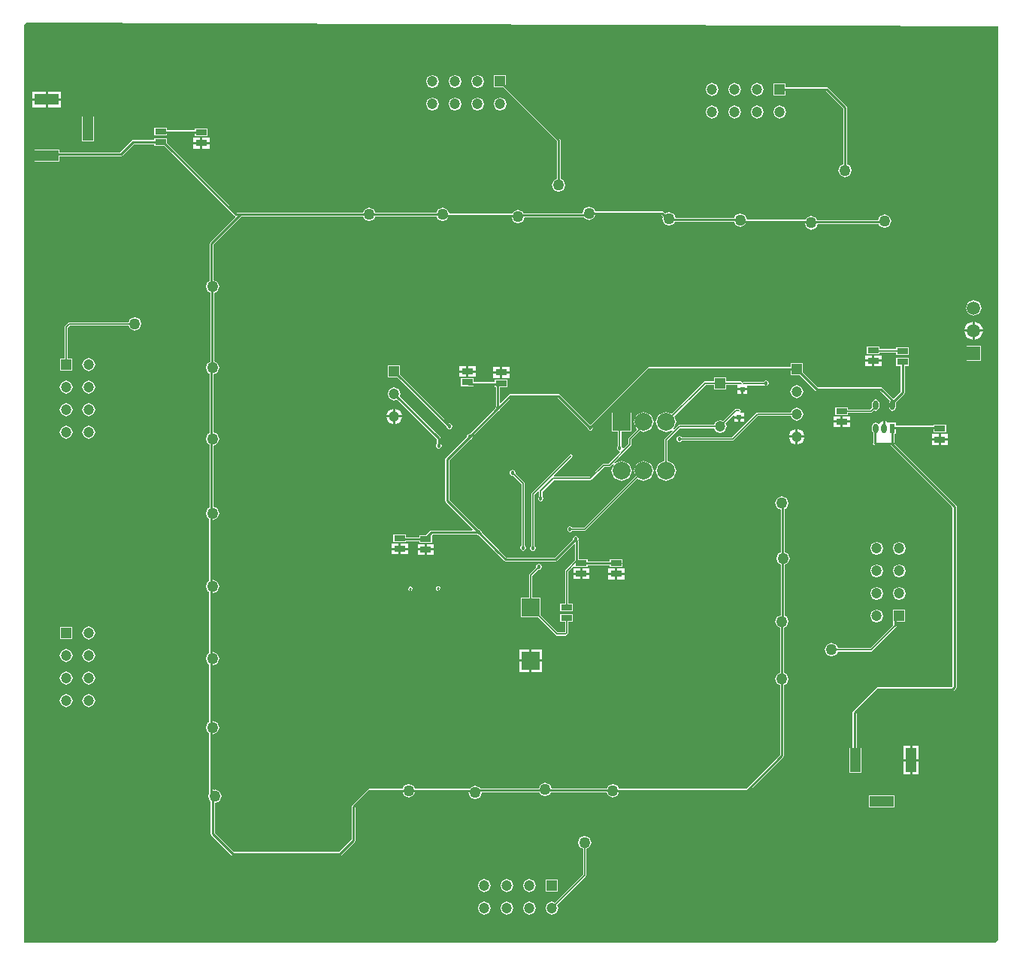
<source format=gbr>
%TF.GenerationSoftware,Altium Limited,Altium Designer,19.1.5 (86)*%
G04 Layer_Physical_Order=2*
G04 Layer_Color=16711680*
%FSLAX45Y45*%
%MOMM*%
%TF.FileFunction,Copper,L2,Bot,Signal*%
%TF.Part,Single*%
G01*
G75*
%TA.AperFunction,SMDPad,CuDef*%
%ADD10R,1.30000X0.70000*%
%ADD11R,2.00000X2.00000*%
%ADD12O,0.60000X1.10000*%
%ADD13R,0.60000X1.10000*%
%ADD14R,0.60000X0.50000*%
%TA.AperFunction,Conductor*%
%ADD15C,0.25400*%
%ADD16C,0.17780*%
%TA.AperFunction,NonConductor*%
%ADD17C,0.25400*%
%TA.AperFunction,ComponentPad*%
%ADD18R,1.50000X1.50000*%
%ADD19C,1.50000*%
%ADD20C,2.00000*%
%ADD21R,2.00000X2.00000*%
%ADD22R,2.70000X1.20000*%
%ADD23R,1.20000X2.70000*%
%ADD24R,1.20000X1.20000*%
%ADD25C,1.20000*%
%ADD26R,1.20000X1.20000*%
%TA.AperFunction,ViaPad*%
%ADD27C,0.45720*%
%ADD28C,1.27000*%
G36*
X17818100Y11696700D02*
Y1409700D01*
X17780000Y1371600D01*
X6845300D01*
Y11709400D01*
X6870700Y11734800D01*
X17818100Y11696700D01*
D02*
G37*
%LPC*%
G36*
X11950700Y11147591D02*
X11898946Y11126154D01*
X11877509Y11074400D01*
X11898946Y11022646D01*
X11950700Y11001209D01*
X12002454Y11022646D01*
X12023891Y11074400D01*
X12002454Y11126154D01*
X11950700Y11147591D01*
D02*
G37*
G36*
X11696700D02*
X11644946Y11126154D01*
X11623509Y11074400D01*
X11644946Y11022646D01*
X11696700Y11001209D01*
X11748454Y11022646D01*
X11769891Y11074400D01*
X11748454Y11126154D01*
X11696700Y11147591D01*
D02*
G37*
G36*
X11442700D02*
X11390946Y11126154D01*
X11369509Y11074400D01*
X11390946Y11022646D01*
X11442700Y11001209D01*
X11494454Y11022646D01*
X11515891Y11074400D01*
X11494454Y11126154D01*
X11442700Y11147591D01*
D02*
G37*
G36*
X15100301Y11058691D02*
X15048546Y11037254D01*
X15027109Y10985500D01*
X15048546Y10933746D01*
X15100301Y10912309D01*
X15152054Y10933746D01*
X15173491Y10985500D01*
X15152054Y11037254D01*
X15100301Y11058691D01*
D02*
G37*
G36*
X14846300D02*
X14794547Y11037254D01*
X14773109Y10985500D01*
X14794547Y10933746D01*
X14846300Y10912309D01*
X14898055Y10933746D01*
X14919492Y10985500D01*
X14898055Y11037254D01*
X14846300Y11058691D01*
D02*
G37*
G36*
X14592300D02*
X14540546Y11037254D01*
X14519109Y10985500D01*
X14540546Y10933746D01*
X14592300Y10912309D01*
X14644054Y10933746D01*
X14665491Y10985500D01*
X14644054Y11037254D01*
X14592300Y11058691D01*
D02*
G37*
G36*
X7259700Y10955900D02*
X7112000D01*
Y10883200D01*
X7259700D01*
Y10955900D01*
D02*
G37*
G36*
X7086600D02*
X6938900D01*
Y10883200D01*
X7086600D01*
Y10955900D01*
D02*
G37*
G36*
X7259700Y10857800D02*
X7112000D01*
Y10785100D01*
X7259700D01*
Y10857800D01*
D02*
G37*
G36*
X7086600D02*
X6938900D01*
Y10785100D01*
X7086600D01*
Y10857800D01*
D02*
G37*
G36*
X12204700Y10893591D02*
X12152946Y10872154D01*
X12131509Y10820400D01*
X12152946Y10768646D01*
X12204700Y10747209D01*
X12256454Y10768646D01*
X12277891Y10820400D01*
X12256454Y10872154D01*
X12204700Y10893591D01*
D02*
G37*
G36*
X11950700D02*
X11898946Y10872154D01*
X11877509Y10820400D01*
X11898946Y10768646D01*
X11950700Y10747209D01*
X12002454Y10768646D01*
X12023891Y10820400D01*
X12002454Y10872154D01*
X11950700Y10893591D01*
D02*
G37*
G36*
X11696700D02*
X11644946Y10872154D01*
X11623509Y10820400D01*
X11644946Y10768646D01*
X11696700Y10747209D01*
X11748454Y10768646D01*
X11769891Y10820400D01*
X11748454Y10872154D01*
X11696700Y10893591D01*
D02*
G37*
G36*
X11442700D02*
X11390946Y10872154D01*
X11369509Y10820400D01*
X11390946Y10768646D01*
X11442700Y10747209D01*
X11494454Y10768646D01*
X11515891Y10820400D01*
X11494454Y10872154D01*
X11442700Y10893591D01*
D02*
G37*
G36*
X15354300Y10804691D02*
X15302547Y10783254D01*
X15281110Y10731500D01*
X15302547Y10679746D01*
X15354300Y10658309D01*
X15406055Y10679746D01*
X15427492Y10731500D01*
X15406055Y10783254D01*
X15354300Y10804691D01*
D02*
G37*
G36*
X15100301D02*
X15048546Y10783254D01*
X15027109Y10731500D01*
X15048546Y10679746D01*
X15100301Y10658309D01*
X15152054Y10679746D01*
X15173491Y10731500D01*
X15152054Y10783254D01*
X15100301Y10804691D01*
D02*
G37*
G36*
X14846300D02*
X14794547Y10783254D01*
X14773109Y10731500D01*
X14794547Y10679746D01*
X14846300Y10658309D01*
X14898055Y10679746D01*
X14919492Y10731500D01*
X14898055Y10783254D01*
X14846300Y10804691D01*
D02*
G37*
G36*
X14592300D02*
X14540546Y10783254D01*
X14519109Y10731500D01*
X14540546Y10679746D01*
X14592300Y10658309D01*
X14644054Y10679746D01*
X14665491Y10731500D01*
X14644054Y10783254D01*
X14592300Y10804691D01*
D02*
G37*
G36*
X8454620Y10554720D02*
X8309380D01*
Y10469480D01*
X8454620D01*
Y10483756D01*
X8766580D01*
Y10456780D01*
X8911820D01*
Y10542020D01*
X8766580D01*
Y10527744D01*
X8454620D01*
Y10554720D01*
D02*
G37*
G36*
X7626920Y10683120D02*
X7491680D01*
Y10397880D01*
X7626920D01*
Y10683120D01*
D02*
G37*
G36*
X8929600Y10439800D02*
X8851900D01*
Y10392100D01*
X8929600D01*
Y10439800D01*
D02*
G37*
G36*
X8826500D02*
X8748800D01*
Y10392100D01*
X8826500D01*
Y10439800D01*
D02*
G37*
G36*
X8929600Y10366700D02*
X8851900D01*
Y10319000D01*
X8929600D01*
Y10366700D01*
D02*
G37*
G36*
X8826500D02*
X8748800D01*
Y10319000D01*
X8826500D01*
Y10366700D01*
D02*
G37*
G36*
X15421919Y11053120D02*
X15286681D01*
Y10917880D01*
X15421919D01*
Y10963506D01*
X15878590D01*
X16068906Y10773190D01*
Y10138970D01*
X16036467Y10125533D01*
X16013921Y10071100D01*
X16036467Y10016667D01*
X16090900Y9994120D01*
X16145332Y10016667D01*
X16167880Y10071100D01*
X16145332Y10125533D01*
X16112894Y10138970D01*
Y10782300D01*
X16106451Y10797852D01*
X15903252Y11001052D01*
X15887700Y11007494D01*
X15421919D01*
Y11053120D01*
D02*
G37*
G36*
X12272320Y11142020D02*
X12137080D01*
Y11006780D01*
X12241216D01*
X12843106Y10404890D01*
Y9973870D01*
X12810667Y9960433D01*
X12788120Y9906000D01*
X12810667Y9851567D01*
X12865100Y9829020D01*
X12919533Y9851567D01*
X12942081Y9906000D01*
X12919533Y9960433D01*
X12887094Y9973870D01*
Y10414000D01*
X12880652Y10429552D01*
X12272320Y11037884D01*
Y11142020D01*
D02*
G37*
G36*
X8454620Y10434720D02*
X8309380D01*
Y10414094D01*
X8070700D01*
X8055148Y10407652D01*
X7923390Y10275894D01*
X7241920D01*
Y10308120D01*
X6956680D01*
Y10172880D01*
X7241920D01*
Y10231906D01*
X7932500D01*
X7948052Y10238348D01*
X8079811Y10370106D01*
X8309380D01*
Y10349480D01*
X8423516D01*
X9212748Y9560248D01*
X9217227Y9558392D01*
X9220207Y9543411D01*
X8937948Y9261152D01*
X8931506Y9245600D01*
Y8825609D01*
X8911767Y8817433D01*
X8889220Y8763000D01*
X8911767Y8708567D01*
X8937856Y8697761D01*
Y7913839D01*
X8911767Y7903033D01*
X8889220Y7848600D01*
X8911767Y7794167D01*
X8931506Y7785991D01*
Y7111109D01*
X8911767Y7102933D01*
X8889220Y7048500D01*
X8911767Y6994067D01*
X8931506Y6985891D01*
Y6272909D01*
X8911767Y6264733D01*
X8889220Y6210300D01*
X8911767Y6155867D01*
X8925156Y6150321D01*
Y5444779D01*
X8911767Y5439233D01*
X8889220Y5384800D01*
X8911767Y5330367D01*
X8925156Y5324821D01*
Y4631979D01*
X8911767Y4626433D01*
X8889220Y4572000D01*
X8911767Y4517567D01*
X8926906Y4511296D01*
Y3858004D01*
X8911767Y3851733D01*
X8889220Y3797300D01*
X8911767Y3742867D01*
X8925918Y3737005D01*
Y3049876D01*
X8914620Y3022600D01*
X8937167Y2968167D01*
X8944206Y2965251D01*
Y2603500D01*
X8950648Y2587948D01*
X9179248Y2359348D01*
X9194800Y2352906D01*
X10401300D01*
X10416852Y2359348D01*
X10569252Y2511748D01*
X10575694Y2527300D01*
Y2899190D01*
X10740610Y3064106D01*
X11108130D01*
X11121567Y3031667D01*
X11176000Y3009120D01*
X11230433Y3031667D01*
X11243870Y3064106D01*
X11849436D01*
X11870867Y3012367D01*
X11925300Y2989820D01*
X11979733Y3012367D01*
X12002280Y3066800D01*
X12004723Y3070456D01*
X12647461D01*
X12658267Y3044367D01*
X12712700Y3021820D01*
X12767133Y3044367D01*
X12777939Y3070456D01*
X13404201D01*
X13420267Y3031667D01*
X13474699Y3009120D01*
X13529134Y3031667D01*
X13542570Y3064106D01*
X14986000D01*
X15001552Y3070548D01*
X15395251Y3464248D01*
X15401694Y3479800D01*
Y4275530D01*
X15434132Y4288967D01*
X15456680Y4343400D01*
X15434132Y4397833D01*
X15401694Y4411270D01*
Y4923230D01*
X15434132Y4936667D01*
X15456680Y4991100D01*
X15434132Y5045533D01*
X15408044Y5056339D01*
Y5631800D01*
X15446832Y5647867D01*
X15469380Y5702300D01*
X15446832Y5756733D01*
X15408044Y5772800D01*
Y6259361D01*
X15434132Y6270167D01*
X15456680Y6324600D01*
X15434132Y6379033D01*
X15379700Y6401580D01*
X15325267Y6379033D01*
X15302721Y6324600D01*
X15325267Y6270167D01*
X15364056Y6254100D01*
Y5767539D01*
X15337967Y5756733D01*
X15315421Y5702300D01*
X15337967Y5647867D01*
X15364056Y5637061D01*
Y5061600D01*
X15325267Y5045533D01*
X15302721Y4991100D01*
X15325267Y4936667D01*
X15357706Y4923230D01*
Y4411270D01*
X15325267Y4397833D01*
X15302721Y4343400D01*
X15325267Y4288967D01*
X15357706Y4275530D01*
Y3488910D01*
X14976891Y3108094D01*
X13542570D01*
X13529134Y3140533D01*
X13474699Y3163080D01*
X13420267Y3140533D01*
X13409460Y3114444D01*
X12783200D01*
X12767133Y3153233D01*
X12712700Y3175780D01*
X12658267Y3153233D01*
X12642200Y3114444D01*
X11982545D01*
X11979733Y3121233D01*
X11925300Y3143780D01*
X11870867Y3121233D01*
X11865425Y3108094D01*
X11243870D01*
X11230433Y3140533D01*
X11176000Y3163080D01*
X11121567Y3140533D01*
X11108130Y3108094D01*
X10731500D01*
X10715948Y3101652D01*
X10538148Y2923852D01*
X10531706Y2908300D01*
Y2536410D01*
X10392190Y2396894D01*
X9203910D01*
X8988194Y2612610D01*
Y2943344D01*
X8991600Y2945620D01*
X9046033Y2968167D01*
X9068580Y3022600D01*
X9046033Y3077033D01*
X8991600Y3099580D01*
X8980466Y3094968D01*
X8969907Y3102024D01*
Y3721856D01*
X9020633Y3742867D01*
X9043180Y3797300D01*
X9020633Y3851733D01*
X8970894Y3872335D01*
Y4496965D01*
X9020633Y4517567D01*
X9043180Y4572000D01*
X9020633Y4626433D01*
X8969144Y4647760D01*
Y5309040D01*
X9020633Y5330367D01*
X9043180Y5384800D01*
X9020633Y5439233D01*
X8969144Y5460560D01*
Y6134540D01*
X9020633Y6155867D01*
X9043180Y6210300D01*
X9020633Y6264733D01*
X8975494Y6283430D01*
Y6975370D01*
X9020633Y6994067D01*
X9043180Y7048500D01*
X9020633Y7102933D01*
X8975494Y7121630D01*
Y7775470D01*
X9020633Y7794167D01*
X9043180Y7848600D01*
X9020633Y7903033D01*
X8981844Y7919100D01*
Y8692500D01*
X9020633Y8708567D01*
X9043180Y8763000D01*
X9020633Y8817433D01*
X8975494Y8836130D01*
Y9236490D01*
X9292810Y9553806D01*
X10663630D01*
X10677067Y9521367D01*
X10731500Y9498820D01*
X10785933Y9521367D01*
X10799370Y9553806D01*
X11489130D01*
X11502567Y9521367D01*
X11557000Y9498820D01*
X11611433Y9521367D01*
X11619609Y9541106D01*
X12334770D01*
X12353467Y9495967D01*
X12407900Y9473420D01*
X12462333Y9495967D01*
X12483660Y9547456D01*
X13148021D01*
X13153568Y9534067D01*
X13208000Y9511520D01*
X13262433Y9534067D01*
X13275870Y9566506D01*
X14020406D01*
X14041270Y9545642D01*
X14032719Y9525000D01*
X14055267Y9470567D01*
X14109700Y9448020D01*
X14164133Y9470567D01*
X14174939Y9496656D01*
X14839301D01*
X14855367Y9457867D01*
X14909801Y9435320D01*
X14964233Y9457867D01*
X14971455Y9475306D01*
X15635817D01*
X15655467Y9427867D01*
X15709900Y9405320D01*
X15764333Y9427867D01*
X15781352Y9468956D01*
X16471114D01*
X16480968Y9445167D01*
X16535400Y9422620D01*
X16589833Y9445167D01*
X16612379Y9499600D01*
X16589833Y9554033D01*
X16535400Y9576580D01*
X16480968Y9554033D01*
X16463948Y9512944D01*
X15774187D01*
X15764333Y9536733D01*
X15709900Y9559280D01*
X15655467Y9536733D01*
X15648244Y9519294D01*
X14983884D01*
X14964233Y9566733D01*
X14909801Y9589280D01*
X14855367Y9566733D01*
X14844560Y9540644D01*
X14180200D01*
X14164133Y9579433D01*
X14109700Y9601980D01*
X14065463Y9583656D01*
X14045068Y9604052D01*
X14029517Y9610494D01*
X13275870D01*
X13262433Y9642933D01*
X13208000Y9665480D01*
X13153568Y9642933D01*
X13132240Y9591444D01*
X12467879D01*
X12462333Y9604833D01*
X12407900Y9627380D01*
X12353467Y9604833D01*
X12345291Y9585094D01*
X11630130D01*
X11611433Y9630233D01*
X11557000Y9652780D01*
X11502567Y9630233D01*
X11489130Y9597794D01*
X10799370D01*
X10785933Y9630233D01*
X10731500Y9652780D01*
X10677067Y9630233D01*
X10663630Y9597794D01*
X9237410D01*
X8454620Y10380584D01*
Y10434720D01*
D02*
G37*
G36*
X17538699Y8611127D02*
X17475465Y8584935D01*
X17449274Y8521700D01*
X17475465Y8458465D01*
X17538699Y8432273D01*
X17601935Y8458465D01*
X17628127Y8521700D01*
X17601935Y8584935D01*
X17538699Y8611127D01*
D02*
G37*
G36*
X17551401Y8371112D02*
Y8280400D01*
X17642113D01*
X17615543Y8344543D01*
X17551401Y8371112D01*
D02*
G37*
G36*
X17525999D02*
X17461858Y8344543D01*
X17435287Y8280400D01*
X17525999D01*
Y8371112D01*
D02*
G37*
G36*
X8089900Y8420880D02*
X8035467Y8398333D01*
X8020322Y8361770D01*
X7353300D01*
X7340664Y8356536D01*
X7302564Y8318436D01*
X7297330Y8305800D01*
Y7954320D01*
X7247580D01*
Y7819080D01*
X7382820D01*
Y7954320D01*
X7333070D01*
Y8298398D01*
X7360702Y8326030D01*
X8020322D01*
X8035467Y8289467D01*
X8089900Y8266920D01*
X8144333Y8289467D01*
X8166880Y8343900D01*
X8144333Y8398333D01*
X8089900Y8420880D01*
D02*
G37*
G36*
X17642113Y8255000D02*
X17551401D01*
Y8164288D01*
X17615543Y8190857D01*
X17642113Y8255000D01*
D02*
G37*
G36*
X17525999D02*
X17435287D01*
X17461858Y8190857D01*
X17525999Y8164288D01*
Y8255000D01*
D02*
G37*
G36*
X16481020Y8090920D02*
X16335780D01*
Y8005680D01*
X16481020D01*
Y8024080D01*
X16665981D01*
Y7992980D01*
X16811220D01*
Y8078220D01*
X16665981D01*
Y8059820D01*
X16481020D01*
Y8090920D01*
D02*
G37*
G36*
X16498801Y7988700D02*
X16421100D01*
Y7941000D01*
X16498801D01*
Y7988700D01*
D02*
G37*
G36*
X16395700D02*
X16317999D01*
Y7941000D01*
X16395700D01*
Y7988700D01*
D02*
G37*
G36*
X17621320Y8096320D02*
X17456081D01*
Y7931080D01*
X17621320D01*
Y8096320D01*
D02*
G37*
G36*
X16498801Y7915600D02*
X16421100D01*
Y7867900D01*
X16498801D01*
Y7915600D01*
D02*
G37*
G36*
X16395700D02*
X16317999D01*
Y7867900D01*
X16395700D01*
Y7915600D01*
D02*
G37*
G36*
X11926800Y7867400D02*
X11849100D01*
Y7819700D01*
X11926800D01*
Y7867400D01*
D02*
G37*
G36*
X11823700D02*
X11746000D01*
Y7819700D01*
X11823700D01*
Y7867400D01*
D02*
G37*
G36*
X7569200Y7959891D02*
X7517446Y7938454D01*
X7496009Y7886700D01*
X7517446Y7834946D01*
X7569200Y7813509D01*
X7620954Y7834946D01*
X7642391Y7886700D01*
X7620954Y7938454D01*
X7569200Y7959891D01*
D02*
G37*
G36*
X12307800Y7858200D02*
X12230100D01*
Y7810500D01*
X12307800D01*
Y7858200D01*
D02*
G37*
G36*
X12204700D02*
X12127000D01*
Y7810500D01*
X12204700D01*
Y7858200D01*
D02*
G37*
G36*
X11926800Y7794300D02*
X11849100D01*
Y7746600D01*
X11926800D01*
Y7794300D01*
D02*
G37*
G36*
X11823700D02*
X11746000D01*
Y7746600D01*
X11823700D01*
Y7794300D01*
D02*
G37*
G36*
X12307800Y7785100D02*
X12230100D01*
Y7737400D01*
X12307800D01*
Y7785100D01*
D02*
G37*
G36*
X12204700D02*
X12127000D01*
Y7737400D01*
X12204700D01*
Y7785100D01*
D02*
G37*
G36*
X14748820Y7745820D02*
X14613580D01*
Y7696070D01*
X14510800D01*
X14498164Y7690836D01*
X14136099Y7328771D01*
X14071600Y7355487D01*
X13989230Y7321369D01*
X13955113Y7239000D01*
X13989230Y7156631D01*
X14071600Y7122513D01*
X14145825Y7153258D01*
X14153020Y7142491D01*
X14058965Y7048436D01*
X14053729Y7035800D01*
Y6798085D01*
X13989230Y6771369D01*
X13955113Y6689000D01*
X13989230Y6606631D01*
X14071600Y6572513D01*
X14153969Y6606631D01*
X14188087Y6689000D01*
X14153969Y6771369D01*
X14089470Y6798085D01*
Y7028398D01*
X14231403Y7170330D01*
X14615411D01*
X14629446Y7136446D01*
X14681200Y7115009D01*
X14732954Y7136446D01*
X14754391Y7188200D01*
X14740356Y7222084D01*
X14829967Y7311695D01*
X14841701Y7306834D01*
Y7302500D01*
X14897099D01*
X14952499D01*
Y7340200D01*
X14911142D01*
X14908617Y7352900D01*
X14909737Y7353364D01*
X14914970Y7366000D01*
X14909737Y7378636D01*
X14897099Y7383870D01*
X14859000D01*
X14846364Y7378636D01*
X14715083Y7247356D01*
X14681200Y7261391D01*
X14629446Y7239954D01*
X14615411Y7206070D01*
X14224001D01*
X14211365Y7200836D01*
X14168109Y7157581D01*
X14157343Y7164775D01*
X14188087Y7239000D01*
X14161371Y7303499D01*
X14518202Y7660330D01*
X14613580D01*
Y7610580D01*
X14748820D01*
Y7660330D01*
X14868188D01*
X14879800Y7657700D01*
Y7620000D01*
X14935201D01*
X14990601D01*
Y7652930D01*
X15183260D01*
X15201900Y7645209D01*
X15225227Y7654872D01*
X15234891Y7678200D01*
X15225227Y7701528D01*
X15201900Y7711191D01*
X15178572Y7701528D01*
X15173245Y7688670D01*
X14947900D01*
X14935265Y7683436D01*
X14931081Y7687834D01*
X14929836Y7690836D01*
X14917200Y7696070D01*
X14748820D01*
Y7745820D01*
D02*
G37*
G36*
X7569200Y7705891D02*
X7517446Y7684454D01*
X7496009Y7632700D01*
X7517446Y7580946D01*
X7569200Y7559509D01*
X7620954Y7580946D01*
X7642391Y7632700D01*
X7620954Y7684454D01*
X7569200Y7705891D01*
D02*
G37*
G36*
X7315200D02*
X7263446Y7684454D01*
X7242009Y7632700D01*
X7263446Y7580946D01*
X7315200Y7559509D01*
X7366954Y7580946D01*
X7388391Y7632700D01*
X7366954Y7684454D01*
X7315200Y7705891D01*
D02*
G37*
G36*
X14990601Y7594600D02*
X14947900D01*
Y7556900D01*
X14990601D01*
Y7594600D01*
D02*
G37*
G36*
X14922501D02*
X14879800D01*
Y7556900D01*
X14922501D01*
Y7594600D01*
D02*
G37*
G36*
X15544800Y7655091D02*
X15493047Y7633654D01*
X15471609Y7581900D01*
X15493047Y7530146D01*
X15544800Y7508709D01*
X15596555Y7530146D01*
X15617992Y7581900D01*
X15596555Y7633654D01*
X15544800Y7655091D01*
D02*
G37*
G36*
X16811220Y7958220D02*
X16665981D01*
Y7872980D01*
X16716606D01*
Y7577910D01*
X16637199Y7498504D01*
X16512852Y7622852D01*
X16497301Y7629294D01*
X15782510D01*
X15612421Y7799384D01*
Y7903520D01*
X15477180D01*
Y7857894D01*
X13881100D01*
X13865549Y7851452D01*
X13222034Y7207939D01*
X13220700Y7208491D01*
X13219366Y7207939D01*
X12880652Y7546652D01*
X12865100Y7553094D01*
X12319000D01*
X12303448Y7546652D01*
X12213027Y7456232D01*
X12201294Y7461092D01*
Y7635180D01*
X12290020D01*
Y7720420D01*
X12144780D01*
Y7689944D01*
X11909020D01*
Y7729620D01*
X11763780D01*
Y7644380D01*
X11909020D01*
Y7645956D01*
X12144780D01*
Y7635180D01*
X12157306D01*
Y7415281D01*
X12155972Y7414728D01*
X12146309Y7391400D01*
X12146861Y7390066D01*
X11863134Y7106339D01*
X11861800Y7106891D01*
X11838472Y7097228D01*
X11828809Y7073900D01*
X11829361Y7072566D01*
X11592248Y6835452D01*
X11585806Y6819900D01*
Y6350000D01*
X11592248Y6334448D01*
X11896913Y6029783D01*
X11892053Y6018049D01*
X11431655D01*
X11416103Y6011607D01*
X11371016Y5966520D01*
X11293880D01*
Y5940194D01*
X11147020D01*
Y5973520D01*
X11001780D01*
Y5888280D01*
X11147020D01*
Y5896206D01*
X11293880D01*
Y5881280D01*
X11439120D01*
Y5966520D01*
X11448696Y5974061D01*
X11937864D01*
X11938417Y5972727D01*
X11961745Y5963064D01*
X11963079Y5963617D01*
X12163748Y5762948D01*
X12163748Y5762948D01*
X12252648Y5674048D01*
X12268200Y5667606D01*
X12827000D01*
X12842552Y5674048D01*
X13033072Y5864568D01*
X13044806Y5859708D01*
Y5677078D01*
X12941364Y5573636D01*
X12936130Y5561000D01*
Y5195320D01*
X12881380D01*
Y5110080D01*
X13026620D01*
Y5195320D01*
X12971870D01*
Y5553598D01*
X13034747Y5616475D01*
X13046480Y5611615D01*
Y5608880D01*
X13191721D01*
Y5627756D01*
X13440179D01*
Y5605380D01*
X13585420D01*
Y5647580D01*
X13585594Y5648000D01*
X13585420Y5648421D01*
Y5690620D01*
X13440179D01*
Y5671744D01*
X13191721D01*
Y5694120D01*
X13088794D01*
Y5901502D01*
X13085234Y5910095D01*
X13088591Y5918200D01*
X13078928Y5941528D01*
X13055600Y5951191D01*
X13032272Y5941528D01*
X13022609Y5918200D01*
X13023161Y5916866D01*
X12817889Y5711594D01*
X12277310D01*
X12194852Y5794052D01*
X12194852Y5794052D01*
X11994184Y5994721D01*
X11994736Y5996055D01*
X11985073Y6019384D01*
X11961745Y6029047D01*
X11960411Y6028494D01*
X11629794Y6359110D01*
Y6810790D01*
X11860466Y7041461D01*
X11861800Y7040909D01*
X11885128Y7050572D01*
X11894791Y7073900D01*
X11894239Y7075234D01*
X12177966Y7358961D01*
X12179300Y7358409D01*
X12202628Y7368072D01*
X12212291Y7391400D01*
X12211739Y7392734D01*
X12328110Y7509106D01*
X12855991D01*
X13188261Y7176834D01*
X13187709Y7175500D01*
X13197372Y7152172D01*
X13220700Y7142509D01*
X13244028Y7152172D01*
X13253691Y7175500D01*
X13253139Y7176834D01*
X13890210Y7813906D01*
X15477180D01*
Y7768280D01*
X15581316D01*
X15757848Y7591748D01*
X15773399Y7585306D01*
X16488190D01*
X16593953Y7479542D01*
X16583580Y7454500D01*
Y7404500D01*
X16595506Y7375707D01*
X16624300Y7363781D01*
X16653093Y7375707D01*
X16665021Y7404500D01*
Y7454500D01*
X16662202Y7461299D01*
X16754152Y7553248D01*
X16760594Y7568800D01*
Y7872980D01*
X16811220D01*
Y7958220D01*
D02*
G37*
G36*
X16434300Y7495219D02*
X16405507Y7483293D01*
X16393581Y7454500D01*
Y7404500D01*
X16395363Y7400197D01*
X16375536Y7380370D01*
X16125420D01*
Y7405120D01*
X15980180D01*
Y7319880D01*
X16125420D01*
Y7344630D01*
X16382938D01*
X16395573Y7349864D01*
X16416757Y7371047D01*
X16434300Y7363781D01*
X16463094Y7375707D01*
X16475018Y7404500D01*
Y7454500D01*
X16463094Y7483293D01*
X16434300Y7495219D01*
D02*
G37*
G36*
X11023600Y7389676D02*
Y7315200D01*
X11098076D01*
X11076262Y7367862D01*
X11023600Y7389676D01*
D02*
G37*
G36*
X10998200D02*
X10945538Y7367862D01*
X10923724Y7315200D01*
X10998200D01*
Y7389676D01*
D02*
G37*
G36*
X7569200Y7451891D02*
X7517446Y7430454D01*
X7496009Y7378700D01*
X7517446Y7326946D01*
X7569200Y7305509D01*
X7620954Y7326946D01*
X7642391Y7378700D01*
X7620954Y7430454D01*
X7569200Y7451891D01*
D02*
G37*
G36*
X7315200D02*
X7263446Y7430454D01*
X7242009Y7378700D01*
X7263446Y7326946D01*
X7315200Y7305509D01*
X7366954Y7326946D01*
X7388391Y7378700D01*
X7366954Y7430454D01*
X7315200Y7451891D01*
D02*
G37*
G36*
X16143201Y7302900D02*
X16065500D01*
Y7255200D01*
X16143201D01*
Y7302900D01*
D02*
G37*
G36*
X16040100D02*
X15962399D01*
Y7255200D01*
X16040100D01*
Y7302900D01*
D02*
G37*
G36*
X15544800Y7401091D02*
X15493047Y7379654D01*
X15479012Y7345770D01*
X15101744D01*
X15089108Y7340536D01*
X14814941Y7066370D01*
X14249590D01*
X14247328Y7071828D01*
X14224001Y7081491D01*
X14200671Y7071828D01*
X14191010Y7048500D01*
X14200671Y7025172D01*
X14224001Y7015509D01*
X14247328Y7025172D01*
X14249590Y7030630D01*
X14822343D01*
X14834979Y7035864D01*
X15109146Y7310030D01*
X15479012D01*
X15493047Y7276146D01*
X15544800Y7254709D01*
X15596555Y7276146D01*
X15617992Y7327900D01*
X15596555Y7379654D01*
X15544800Y7401091D01*
D02*
G37*
G36*
X14952499Y7277100D02*
X14909801D01*
Y7239400D01*
X14952499D01*
Y7277100D01*
D02*
G37*
G36*
X14884399D02*
X14841701D01*
Y7239400D01*
X14884399D01*
Y7277100D01*
D02*
G37*
G36*
X11098076Y7289800D02*
X11023600D01*
Y7215324D01*
X11076262Y7237138D01*
X11098076Y7289800D01*
D02*
G37*
G36*
X10998200D02*
X10923724D01*
X10945538Y7237138D01*
X10998200Y7215324D01*
Y7289800D01*
D02*
G37*
G36*
X16143201Y7229800D02*
X16065500D01*
Y7182100D01*
X16143201D01*
Y7229800D01*
D02*
G37*
G36*
X16040100D02*
X15962399D01*
Y7182100D01*
X16040100D01*
Y7229800D01*
D02*
G37*
G36*
X16542000Y7249204D02*
Y7169500D01*
X16516600D01*
Y7249204D01*
X16486899Y7236901D01*
X16478526Y7216691D01*
X16465826D01*
X16463094Y7223293D01*
X16434300Y7235219D01*
X16405507Y7223293D01*
X16393581Y7194500D01*
Y7144500D01*
X16405507Y7115707D01*
X16405685Y7115633D01*
Y7008324D01*
X16401285Y6997700D01*
X16407727Y6982148D01*
X16423279Y6975706D01*
X16600311D01*
X17300806Y6275211D01*
Y4263610D01*
X17288290Y4251094D01*
X16459200D01*
X16443648Y4244652D01*
X16181947Y3982952D01*
X16175507Y3967400D01*
Y3571620D01*
X16137579D01*
Y3286380D01*
X16272820D01*
Y3571620D01*
X16219495D01*
Y3958290D01*
X16468311Y4207106D01*
X17297400D01*
X17312952Y4213548D01*
X17338351Y4238948D01*
X17344794Y4254500D01*
Y6284321D01*
X17338351Y6299873D01*
X16640247Y6997979D01*
X16646294Y7012579D01*
Y7106880D01*
X16661920D01*
Y7153506D01*
X17085080D01*
Y7120180D01*
X17230321D01*
Y7205420D01*
X17085080D01*
Y7197494D01*
X16661920D01*
Y7232120D01*
X16586681D01*
Y7232120D01*
X16574670Y7229731D01*
X16571701Y7236901D01*
X16542000Y7249204D01*
D02*
G37*
G36*
X11078520Y7878120D02*
X10943280D01*
Y7742880D01*
X11047416D01*
X11600761Y7189534D01*
X11600209Y7188200D01*
X11609872Y7164872D01*
X11633200Y7155209D01*
X11656528Y7164872D01*
X11666191Y7188200D01*
X11656528Y7211528D01*
X11633200Y7221191D01*
X11631866Y7220639D01*
X11078520Y7773984D01*
Y7878120D01*
D02*
G37*
G36*
X15557500Y7161076D02*
Y7086600D01*
X15631976D01*
X15610162Y7139262D01*
X15557500Y7161076D01*
D02*
G37*
G36*
X15532100D02*
X15479437Y7139262D01*
X15457623Y7086600D01*
X15532100D01*
Y7161076D01*
D02*
G37*
G36*
X17248100Y7103200D02*
X17170399D01*
Y7055500D01*
X17248100D01*
Y7103200D01*
D02*
G37*
G36*
X17145000D02*
X17067300D01*
Y7055500D01*
X17145000D01*
Y7103200D01*
D02*
G37*
G36*
X7569200Y7197891D02*
X7517446Y7176454D01*
X7496009Y7124700D01*
X7517446Y7072946D01*
X7569200Y7051509D01*
X7620954Y7072946D01*
X7642391Y7124700D01*
X7620954Y7176454D01*
X7569200Y7197891D01*
D02*
G37*
G36*
X7315200D02*
X7263446Y7176454D01*
X7242009Y7124700D01*
X7263446Y7072946D01*
X7315200Y7051509D01*
X7366954Y7072946D01*
X7388391Y7124700D01*
X7366954Y7176454D01*
X7315200Y7197891D01*
D02*
G37*
G36*
X15631976Y7061200D02*
X15557500D01*
Y6986724D01*
X15610162Y7008538D01*
X15631976Y7061200D01*
D02*
G37*
G36*
X15532100D02*
X15457623D01*
X15479437Y7008538D01*
X15532100Y6986724D01*
Y7061200D01*
D02*
G37*
G36*
X17248100Y7030100D02*
X17170399D01*
Y6982400D01*
X17248100D01*
Y7030100D01*
D02*
G37*
G36*
X17145000D02*
X17067300D01*
Y6982400D01*
X17145000D01*
Y7030100D01*
D02*
G37*
G36*
X13821600Y7355487D02*
X13739230Y7321369D01*
X13705113Y7239000D01*
X13739230Y7156631D01*
X13740697Y7149268D01*
X13655739Y7064311D01*
X13650505Y7051675D01*
Y6995577D01*
X13594675Y6939747D01*
X13583891Y6946900D01*
X13574228Y6970228D01*
X13568770Y6972489D01*
Y7131380D01*
X13679221D01*
Y7346620D01*
X13463980D01*
Y7131380D01*
X13533031D01*
Y6972489D01*
X13527573Y6970228D01*
X13517909Y6946900D01*
X13527573Y6923572D01*
X13550900Y6913909D01*
X13558054Y6903125D01*
X13426022Y6771095D01*
X13369925D01*
X13357289Y6765861D01*
X13213298Y6621870D01*
X12811903D01*
X12806642Y6634570D01*
X13017436Y6845364D01*
X13022670Y6858000D01*
X13017436Y6870636D01*
X13004800Y6875870D01*
X12992165Y6870636D01*
X12560364Y6438836D01*
X12555130Y6426200D01*
Y5842189D01*
X12549672Y5839928D01*
X12540009Y5816600D01*
X12549672Y5793272D01*
X12573000Y5783609D01*
X12596328Y5793272D01*
X12605991Y5816600D01*
X12596328Y5839928D01*
X12590870Y5842189D01*
Y6418798D01*
X12631330Y6459258D01*
X12644030Y6453997D01*
Y6400989D01*
X12638572Y6398728D01*
X12628909Y6375400D01*
X12638572Y6352072D01*
X12661900Y6342409D01*
X12685228Y6352072D01*
X12694891Y6375400D01*
X12685228Y6398728D01*
X12679770Y6400989D01*
Y6456898D01*
X12809003Y6586130D01*
X13220700D01*
X13233336Y6591364D01*
X13377327Y6735355D01*
X13433424D01*
X13446062Y6740589D01*
X13474525Y6769054D01*
X13485292Y6761859D01*
X13455113Y6689000D01*
X13489230Y6606631D01*
X13571600Y6572513D01*
X13653969Y6606631D01*
X13688087Y6689000D01*
X13653969Y6771369D01*
X13571600Y6805487D01*
X13498741Y6775308D01*
X13491547Y6786075D01*
X13681010Y6975539D01*
X13686246Y6988175D01*
Y7044273D01*
X13781213Y7139241D01*
X13821600Y7122513D01*
X13903969Y7156631D01*
X13938087Y7239000D01*
X13903969Y7321369D01*
X13821600Y7355487D01*
D02*
G37*
G36*
X11010900Y7629691D02*
X10959146Y7608254D01*
X10937709Y7556500D01*
X10959146Y7504746D01*
X11010900Y7483309D01*
X11040660Y7495636D01*
X11491129Y7045167D01*
Y6993436D01*
X11489794Y6992884D01*
X11480131Y6969555D01*
X11489794Y6946227D01*
X11513123Y6936564D01*
X11536451Y6946227D01*
X11546114Y6969555D01*
X11536451Y6992884D01*
X11535117Y6993436D01*
Y7054277D01*
X11528675Y7069829D01*
X11071764Y7526740D01*
X11084091Y7556500D01*
X11062654Y7608254D01*
X11010900Y7629691D01*
D02*
G37*
G36*
X13821600Y6805487D02*
X13739230Y6771369D01*
X13705113Y6689000D01*
X13729515Y6630087D01*
X13149799Y6050370D01*
X13017690D01*
X13015428Y6055828D01*
X12992101Y6065491D01*
X12968771Y6055828D01*
X12959109Y6032500D01*
X12968771Y6009172D01*
X12992101Y5999509D01*
X13015428Y6009172D01*
X13017690Y6014630D01*
X13157201D01*
X13169836Y6019864D01*
X13751515Y6601543D01*
X13821600Y6572513D01*
X13903969Y6606631D01*
X13938087Y6689000D01*
X13903969Y6771369D01*
X13821600Y6805487D01*
D02*
G37*
G36*
X11164800Y5871300D02*
X11087100D01*
Y5823600D01*
X11164800D01*
Y5871300D01*
D02*
G37*
G36*
X11061700D02*
X10984000D01*
Y5823600D01*
X11061700D01*
Y5871300D01*
D02*
G37*
G36*
X11456900Y5864300D02*
X11379200D01*
Y5816600D01*
X11456900D01*
Y5864300D01*
D02*
G37*
G36*
X11353800D02*
X11276100D01*
Y5816600D01*
X11353800D01*
Y5864300D01*
D02*
G37*
G36*
X12344400Y6700491D02*
X12321072Y6690828D01*
X12311409Y6667500D01*
X12321072Y6644172D01*
X12344400Y6634509D01*
X12349858Y6636770D01*
X12447180Y6539448D01*
Y5848539D01*
X12441722Y5846278D01*
X12432059Y5822950D01*
X12441722Y5799622D01*
X12465050Y5789959D01*
X12488378Y5799622D01*
X12498041Y5822950D01*
X12488378Y5846278D01*
X12482920Y5848539D01*
Y6546850D01*
X12477686Y6559486D01*
X12375130Y6662042D01*
X12377391Y6667500D01*
X12367728Y6690828D01*
X12344400Y6700491D01*
D02*
G37*
G36*
X11164800Y5798200D02*
X11087100D01*
Y5750500D01*
X11164800D01*
Y5798200D01*
D02*
G37*
G36*
X11061700D02*
X10984000D01*
Y5750500D01*
X11061700D01*
Y5798200D01*
D02*
G37*
G36*
X11456900Y5791200D02*
X11379200D01*
Y5743500D01*
X11456900D01*
Y5791200D01*
D02*
G37*
G36*
X11353800D02*
X11276100D01*
Y5743500D01*
X11353800D01*
Y5791200D01*
D02*
G37*
G36*
X16700500Y5889791D02*
X16648746Y5868354D01*
X16627309Y5816600D01*
X16648746Y5764846D01*
X16700500Y5743409D01*
X16752254Y5764846D01*
X16773691Y5816600D01*
X16752254Y5868354D01*
X16700500Y5889791D01*
D02*
G37*
G36*
X16446500D02*
X16394746Y5868354D01*
X16373309Y5816600D01*
X16394746Y5764846D01*
X16446500Y5743409D01*
X16498254Y5764846D01*
X16519691Y5816600D01*
X16498254Y5868354D01*
X16446500Y5889791D01*
D02*
G37*
G36*
X12642850Y5640041D02*
X12619522Y5630378D01*
X12609859Y5607050D01*
X12612120Y5601592D01*
X12534964Y5524436D01*
X12529730Y5511800D01*
Y5259020D01*
X12439980D01*
Y5043780D01*
X12629948D01*
X12834964Y4838764D01*
X12847600Y4833530D01*
X12939120D01*
X12951756Y4838764D01*
X12966637Y4853643D01*
X12971870Y4866279D01*
Y4990080D01*
X13026620D01*
Y5075320D01*
X12881380D01*
Y4990080D01*
X12936130D01*
Y4873681D01*
X12931718Y4869270D01*
X12855002D01*
X12655220Y5069052D01*
Y5259020D01*
X12565470D01*
Y5504398D01*
X12637392Y5576320D01*
X12642850Y5574059D01*
X12666178Y5583722D01*
X12675841Y5607050D01*
X12666178Y5630378D01*
X12642850Y5640041D01*
D02*
G37*
G36*
X13209500Y5591900D02*
X13131799D01*
Y5544200D01*
X13209500D01*
Y5591900D01*
D02*
G37*
G36*
X13106400D02*
X13028700D01*
Y5544200D01*
X13106400D01*
Y5591900D01*
D02*
G37*
G36*
X13603200Y5588400D02*
X13525500D01*
Y5540700D01*
X13603200D01*
Y5588400D01*
D02*
G37*
G36*
X13500101D02*
X13422400D01*
Y5540700D01*
X13500101D01*
Y5588400D01*
D02*
G37*
G36*
X16700500Y5635791D02*
X16648746Y5614354D01*
X16627309Y5562600D01*
X16648746Y5510846D01*
X16700500Y5489409D01*
X16752254Y5510846D01*
X16773691Y5562600D01*
X16752254Y5614354D01*
X16700500Y5635791D01*
D02*
G37*
G36*
X16446500D02*
X16394746Y5614354D01*
X16373309Y5562600D01*
X16394746Y5510846D01*
X16446500Y5489409D01*
X16498254Y5510846D01*
X16519691Y5562600D01*
X16498254Y5614354D01*
X16446500Y5635791D01*
D02*
G37*
G36*
X13209500Y5518800D02*
X13131799D01*
Y5471100D01*
X13209500D01*
Y5518800D01*
D02*
G37*
G36*
X13106400D02*
X13028700D01*
Y5471100D01*
X13106400D01*
Y5518800D01*
D02*
G37*
G36*
X13603200Y5515300D02*
X13525500D01*
Y5467600D01*
X13603200D01*
Y5515300D01*
D02*
G37*
G36*
X13500101D02*
X13422400D01*
Y5467600D01*
X13500101D01*
Y5515300D01*
D02*
G37*
G36*
X11506200Y5390594D02*
X11490648Y5384152D01*
X11484298Y5377802D01*
X11477856Y5362250D01*
X11484298Y5346698D01*
X11499850Y5340256D01*
X11515402Y5346698D01*
X11521752Y5353048D01*
X11528194Y5368600D01*
X11521752Y5384152D01*
X11506200Y5390594D01*
D02*
G37*
G36*
X11195050Y5384244D02*
X11179498Y5377802D01*
X11173148Y5371452D01*
X11166706Y5355900D01*
X11173148Y5340348D01*
X11188700Y5333906D01*
X11204252Y5340348D01*
X11210602Y5346698D01*
X11217044Y5362250D01*
X11210602Y5377802D01*
X11195050Y5384244D01*
D02*
G37*
G36*
X16700500Y5381791D02*
X16648746Y5360354D01*
X16627309Y5308600D01*
X16648746Y5256846D01*
X16700500Y5235409D01*
X16752254Y5256846D01*
X16773691Y5308600D01*
X16752254Y5360354D01*
X16700500Y5381791D01*
D02*
G37*
G36*
X16446500D02*
X16394746Y5360354D01*
X16373309Y5308600D01*
X16394746Y5256846D01*
X16446500Y5235409D01*
X16498254Y5256846D01*
X16519691Y5308600D01*
X16498254Y5360354D01*
X16446500Y5381791D01*
D02*
G37*
G36*
Y5127791D02*
X16394746Y5106354D01*
X16373309Y5054600D01*
X16394746Y5002846D01*
X16446500Y4981409D01*
X16498254Y5002846D01*
X16519691Y5054600D01*
X16498254Y5106354D01*
X16446500Y5127791D01*
D02*
G37*
G36*
X7382820Y4931720D02*
X7247580D01*
Y4796480D01*
X7382820D01*
Y4931720D01*
D02*
G37*
G36*
X7569200Y4937291D02*
X7517446Y4915854D01*
X7496009Y4864100D01*
X7517446Y4812346D01*
X7569200Y4790909D01*
X7620954Y4812346D01*
X7642391Y4864100D01*
X7620954Y4915854D01*
X7569200Y4937291D01*
D02*
G37*
G36*
X16768120Y5122220D02*
X16632880D01*
Y5011342D01*
X16631206Y5007300D01*
Y4947078D01*
X16375598Y4691470D01*
X16008078D01*
X15992934Y4728033D01*
X15938499Y4750580D01*
X15884067Y4728033D01*
X15861520Y4673600D01*
X15884067Y4619167D01*
X15938499Y4596620D01*
X15992934Y4619167D01*
X16008078Y4655730D01*
X16383000D01*
X16395636Y4660964D01*
X16658797Y4924124D01*
X16668752Y4928248D01*
X16675194Y4943800D01*
Y4986980D01*
X16768120D01*
Y5122220D01*
D02*
G37*
G36*
X12673000Y4676800D02*
X12560300D01*
Y4564100D01*
X12673000D01*
Y4676800D01*
D02*
G37*
G36*
X12534900D02*
X12422200D01*
Y4564100D01*
X12534900D01*
Y4676800D01*
D02*
G37*
G36*
X7569200Y4683291D02*
X7517446Y4661854D01*
X7496009Y4610100D01*
X7517446Y4558346D01*
X7569200Y4536909D01*
X7620954Y4558346D01*
X7642391Y4610100D01*
X7620954Y4661854D01*
X7569200Y4683291D01*
D02*
G37*
G36*
X7315200D02*
X7263446Y4661854D01*
X7242009Y4610100D01*
X7263446Y4558346D01*
X7315200Y4536909D01*
X7366954Y4558346D01*
X7388391Y4610100D01*
X7366954Y4661854D01*
X7315200Y4683291D01*
D02*
G37*
G36*
X12673000Y4538700D02*
X12560300D01*
Y4426000D01*
X12673000D01*
Y4538700D01*
D02*
G37*
G36*
X12534900D02*
X12422200D01*
Y4426000D01*
X12534900D01*
Y4538700D01*
D02*
G37*
G36*
X7569200Y4429291D02*
X7517446Y4407854D01*
X7496009Y4356100D01*
X7517446Y4304346D01*
X7569200Y4282909D01*
X7620954Y4304346D01*
X7642391Y4356100D01*
X7620954Y4407854D01*
X7569200Y4429291D01*
D02*
G37*
G36*
X7315200D02*
X7263446Y4407854D01*
X7242009Y4356100D01*
X7263446Y4304346D01*
X7315200Y4282909D01*
X7366954Y4304346D01*
X7388391Y4356100D01*
X7366954Y4407854D01*
X7315200Y4429291D01*
D02*
G37*
G36*
X7569200Y4175291D02*
X7517446Y4153854D01*
X7496009Y4102100D01*
X7517446Y4050346D01*
X7569200Y4028909D01*
X7620954Y4050346D01*
X7642391Y4102100D01*
X7620954Y4153854D01*
X7569200Y4175291D01*
D02*
G37*
G36*
X7315200D02*
X7263446Y4153854D01*
X7242009Y4102100D01*
X7263446Y4050346D01*
X7315200Y4028909D01*
X7366954Y4050346D01*
X7388391Y4102100D01*
X7366954Y4153854D01*
X7315200Y4175291D01*
D02*
G37*
G36*
X16920599Y3589400D02*
X16847900D01*
Y3441700D01*
X16920599D01*
Y3589400D01*
D02*
G37*
G36*
X16822501D02*
X16749800D01*
Y3441700D01*
X16822501D01*
Y3589400D01*
D02*
G37*
G36*
X16920599Y3416300D02*
X16847900D01*
Y3268600D01*
X16920599D01*
Y3416300D01*
D02*
G37*
G36*
X16822501D02*
X16749800D01*
Y3268600D01*
X16822501D01*
Y3416300D01*
D02*
G37*
G36*
X16647820Y3036620D02*
X16362579D01*
Y2901380D01*
X16647820D01*
Y3036620D01*
D02*
G37*
G36*
X12856520Y2086920D02*
X12721280D01*
Y1951680D01*
X12856520D01*
Y2086920D01*
D02*
G37*
G36*
X12534900Y2092491D02*
X12483146Y2071054D01*
X12461709Y2019300D01*
X12483146Y1967546D01*
X12534900Y1946109D01*
X12586654Y1967546D01*
X12608091Y2019300D01*
X12586654Y2071054D01*
X12534900Y2092491D01*
D02*
G37*
G36*
X12280900D02*
X12229146Y2071054D01*
X12207709Y2019300D01*
X12229146Y1967546D01*
X12280900Y1946109D01*
X12332654Y1967546D01*
X12354091Y2019300D01*
X12332654Y2071054D01*
X12280900Y2092491D01*
D02*
G37*
G36*
X12026900D02*
X11975146Y2071054D01*
X11953709Y2019300D01*
X11975146Y1967546D01*
X12026900Y1946109D01*
X12078654Y1967546D01*
X12100091Y2019300D01*
X12078654Y2071054D01*
X12026900Y2092491D01*
D02*
G37*
G36*
X13157201Y2578880D02*
X13102766Y2556333D01*
X13080220Y2501900D01*
X13102766Y2447467D01*
X13139330Y2432322D01*
Y2141002D01*
X12822784Y1824456D01*
X12788900Y1838491D01*
X12737146Y1817054D01*
X12715709Y1765300D01*
X12737146Y1713546D01*
X12788900Y1692109D01*
X12840654Y1713546D01*
X12862091Y1765300D01*
X12848056Y1799184D01*
X13169836Y2120964D01*
X13175070Y2133600D01*
Y2432322D01*
X13211633Y2447467D01*
X13234180Y2501900D01*
X13211633Y2556333D01*
X13157201Y2578880D01*
D02*
G37*
G36*
X12534900Y1838491D02*
X12483146Y1817054D01*
X12461709Y1765300D01*
X12483146Y1713546D01*
X12534900Y1692109D01*
X12586654Y1713546D01*
X12608091Y1765300D01*
X12586654Y1817054D01*
X12534900Y1838491D01*
D02*
G37*
G36*
X12280900D02*
X12229146Y1817054D01*
X12207709Y1765300D01*
X12229146Y1713546D01*
X12280900Y1692109D01*
X12332654Y1713546D01*
X12354091Y1765300D01*
X12332654Y1817054D01*
X12280900Y1838491D01*
D02*
G37*
G36*
X12026900D02*
X11975146Y1817054D01*
X11953709Y1765300D01*
X11975146Y1713546D01*
X12026900Y1692109D01*
X12078654Y1713546D01*
X12100091Y1765300D01*
X12078654Y1817054D01*
X12026900Y1838491D01*
D02*
G37*
%LPD*%
D10*
X12953999Y5152700D02*
D03*
Y5032700D02*
D03*
X8839200Y10379400D02*
D03*
Y10499400D02*
D03*
X8382000Y10392100D02*
D03*
Y10512100D02*
D03*
X16408400Y7928300D02*
D03*
Y8048300D02*
D03*
X17157700Y7162800D02*
D03*
Y7042800D02*
D03*
X16052800Y7242500D02*
D03*
Y7362500D02*
D03*
X16738600Y8035600D02*
D03*
Y7915600D02*
D03*
X11366500Y5923900D02*
D03*
Y5803900D02*
D03*
X11074400Y5930900D02*
D03*
Y5810900D02*
D03*
X11836400Y7687000D02*
D03*
Y7807000D02*
D03*
X12217400Y7677800D02*
D03*
Y7797800D02*
D03*
X13119099Y5651500D02*
D03*
Y5531500D02*
D03*
X13512801Y5648000D02*
D03*
Y5528000D02*
D03*
D11*
X12547600Y4551400D02*
D03*
Y5151400D02*
D03*
D12*
X16434300Y7429500D02*
D03*
X16624300D02*
D03*
X16434300Y7169500D02*
D03*
X16529300D02*
D03*
D13*
X16624300D02*
D03*
D14*
X14935201Y7607300D02*
D03*
X14897099Y7289800D02*
D03*
D15*
X8832850Y10505750D02*
X8839200Y10499400D01*
X8388350Y10505750D02*
X8832850D01*
X8382000Y10512100D02*
X8388350Y10505750D01*
X11353800Y5918200D02*
X11431655Y5996055D01*
X11099800Y5918200D02*
X11353800D01*
X12160250Y7667950D02*
X12179300Y7648900D01*
X13550900Y7218300D02*
X13571600Y7239000D01*
X13881100Y7835900D02*
X15544800D01*
X13220700Y7175500D02*
X13881100Y7835900D01*
X15544800D02*
X15773399Y7607300D01*
X16497301D02*
X16637199Y7467400D01*
X15773399Y7607300D02*
X16497301D01*
X16732249Y8041950D02*
X16738600Y8035600D01*
X16408400Y8048300D02*
X16414751Y8041950D01*
X7162800Y10253900D02*
X7932500D01*
X9228300Y9575800D02*
X9283700D01*
X8412000Y10392100D02*
X9228300Y9575800D01*
X8382000Y10392100D02*
X8412000D01*
X8959850Y7829550D02*
Y8756650D01*
X8953500Y6210300D02*
Y7823200D01*
X11176000Y3086100D02*
X11925300D01*
X8966200Y2603500D02*
Y3035300D01*
X7932500Y10253900D02*
X8070700Y10392100D01*
X8382000D01*
X16637199Y7467400D02*
X16738600Y7568800D01*
X16624300Y7454500D02*
X16637199Y7467400D01*
X16630299Y7175500D02*
X17157700D01*
X16609421Y6997700D02*
X17322800Y6284321D01*
Y4254500D02*
Y6284321D01*
X17297400Y4229100D02*
X17322800Y4254500D01*
X16459200Y4229100D02*
X17297400D01*
X16197501Y3967400D02*
X16459200Y4229100D01*
X16197501Y3543300D02*
Y3967400D01*
X16738600Y7568800D02*
Y7915600D01*
X16427679Y6997700D02*
X16609421D01*
X16423279D02*
X16427679D01*
Y7162880D01*
X16434300Y7169500D01*
X16609421Y6997700D02*
X16624300Y7012579D01*
Y7169500D01*
X16630299Y7175500D01*
X16197501Y3543300D02*
X16210201Y3530600D01*
X13055600Y5912701D02*
Y5918200D01*
Y5912701D02*
X13066800Y5901502D01*
Y5673800D02*
Y5901502D01*
Y5673800D02*
X13089101Y5651500D01*
X13119099D01*
X13511050Y5649750D02*
X13512801Y5648000D01*
X13120850Y5649750D02*
X13511050D01*
X13119099Y5651500D02*
X13120850Y5649750D01*
X12827000Y5689600D02*
X13055600Y5918200D01*
X12268200Y5689600D02*
X12827000D01*
X12179300Y5778500D02*
X12268200Y5689600D01*
X12179300Y5778500D02*
Y5778500D01*
X11961745Y5996055D02*
X12179300Y5778500D01*
X11607800Y6350000D02*
X11961745Y5996055D01*
X11607800Y6350000D02*
Y6819900D01*
X11861800Y7073900D01*
X11010900Y7810500D02*
X11633200Y7188200D01*
X11074400Y5930900D02*
X11104400D01*
X11431655Y5996055D02*
X11961745D01*
X11010900Y7556500D02*
X11513123Y7054277D01*
Y6969555D02*
Y7054277D01*
X12319000Y7531100D02*
X12865100D01*
X13220700Y7175500D01*
X12179300Y7391400D02*
X12319000Y7531100D01*
X11861800Y7073900D02*
X12179300Y7391400D01*
Y7648900D01*
X11855450Y7667950D02*
X12160250D01*
X11849100Y7674300D02*
X11855450Y7667950D01*
X15379700Y6324600D02*
X15386050Y6318250D01*
Y5708650D02*
Y6318250D01*
Y5708650D02*
X15392400Y5702300D01*
X15709900Y9482300D02*
X15718550Y9490950D01*
X16526750D01*
X16535400Y9499600D01*
X15379700Y3479800D02*
Y4343400D01*
X14986000Y3086100D02*
X15379700Y3479800D01*
X13474699Y3086100D02*
X14986000D01*
X10731500D02*
X11176000D01*
X10553700Y2908300D02*
X10731500Y3086100D01*
X10553700Y2527300D02*
Y2908300D01*
X10401300Y2374900D02*
X10553700Y2527300D01*
X9194800Y2374900D02*
X10401300D01*
X8966200Y2603500D02*
X9194800Y2374900D01*
X8953500Y8775700D02*
Y9245600D01*
Y8775700D02*
X8966200Y8763000D01*
X8953500Y9245600D02*
X9283700Y9575800D01*
X10731500D01*
X13468350Y3092450D02*
X13474699Y3086100D01*
X12719050Y3092450D02*
X13468350D01*
X12712700Y3098800D02*
X12719050Y3092450D01*
X12706350D02*
X12712700Y3098800D01*
X11931650Y3092450D02*
X12706350D01*
X11925300Y3086100D02*
X11931650Y3092450D01*
X16653200Y4943800D02*
Y5007300D01*
X16700500Y5054600D01*
X15379700Y4991100D02*
X15386050Y4997450D01*
Y5695950D01*
X15392400Y5702300D01*
X15379700Y4343400D02*
Y4991100D01*
X16090900Y10071100D02*
Y10782300D01*
X15887700Y10985500D02*
X16090900Y10782300D01*
X15354300Y10985500D02*
X15887700D01*
X15694901Y9497300D02*
X15709900Y9482300D01*
X14924800Y9497300D02*
X15694901D01*
X14909801Y9512300D02*
X14924800Y9497300D01*
X14903450Y9518650D02*
X14909801Y9512300D01*
X14116051Y9518650D02*
X14903450D01*
X14109700Y9525000D02*
X14116051Y9518650D01*
X14093016Y9525000D02*
X14109700D01*
X14029517Y9588500D02*
X14093016Y9525000D01*
X13208000Y9588500D02*
X14029517D01*
X12204700Y11074400D02*
X12865100Y10414000D01*
Y9906000D02*
Y10414000D01*
X13188950Y9569450D02*
X13208000Y9588500D01*
X12407900Y9550400D02*
X12426950Y9569450D01*
X13188950D01*
X12395200Y9563100D02*
X12407900Y9550400D01*
X11569700Y9563100D02*
X12395200D01*
X11557000Y9575800D02*
X11569700Y9563100D01*
X10731500Y9575800D02*
X11557000D01*
X8947913Y3042413D02*
Y3790187D01*
X8948900Y3805400D02*
Y4563900D01*
X8947150Y4578350D02*
Y5378450D01*
Y5391150D02*
Y6203950D01*
X8959850Y8756650D02*
X8966200Y8763000D01*
D16*
X12547600Y5511800D02*
X12642850Y5607050D01*
X12547600Y5151400D02*
Y5511800D01*
X12939120Y4851400D02*
X12953999Y4866279D01*
Y5032700D01*
X12847600Y4851400D02*
X12939120D01*
X12547600Y5151400D02*
X12847600Y4851400D01*
X12953999Y5561000D02*
X13066800Y5673800D01*
X12953999Y5152700D02*
Y5561000D01*
X14947900Y7670800D02*
X15189200D01*
X14681200Y7678200D02*
X14917200D01*
X14510800D02*
X14681200D01*
X14071600Y7239000D02*
X14510800Y7678200D01*
X13668375Y7051675D02*
X13817599Y7200900D01*
X13668375Y6988175D02*
Y7051675D01*
X13220700Y6604000D02*
X13369925Y6753225D01*
X13433424D01*
X13550900Y6946900D02*
Y7218300D01*
X14859000Y7366000D02*
X14897099D01*
X14681200Y7188200D02*
X14859000Y7366000D01*
X14224001Y7048500D02*
X14822343D01*
X14224001Y7188200D02*
X14681200D01*
X14071600Y7035800D02*
X14224001Y7188200D01*
X14071600Y6689000D02*
Y7035800D01*
X14822343Y7048500D02*
X15101744Y7327900D01*
X13433424Y6753225D02*
X13668375Y6988175D01*
X12801601Y6604000D02*
X13220700D01*
X15101744Y7327900D02*
X15544800D01*
X12465050Y5822950D02*
Y6546850D01*
X12344400Y6667500D02*
X12465050Y6546850D01*
X16414751Y8041950D02*
X16732249D01*
X16382938Y7362500D02*
X16418317Y7397880D01*
X16052800Y7362500D02*
X16382938D01*
X13157201Y6032500D02*
X13798550Y6673850D01*
X12992101Y6032500D02*
X13157201D01*
X12661900Y6464300D02*
X12801601Y6604000D01*
X12661900Y6375400D02*
Y6464300D01*
X12573000Y6426200D02*
X13004800Y6858000D01*
X12573000Y5816600D02*
Y6426200D01*
X12788900Y1765300D02*
X13157201Y2133600D01*
Y2501900D01*
X16383000Y4673600D02*
X16653200Y4943800D01*
X15938499Y4673600D02*
X16383000D01*
X7315200Y7886700D02*
Y8305800D01*
X7353300Y8343900D01*
X8089900D01*
D17*
X13561850Y5649750D02*
X13563600Y5648000D01*
X11499850Y5362250D02*
X11506200Y5368600D01*
X11188700Y5355900D02*
X11195050Y5362250D01*
D18*
X17538699Y8013700D02*
D03*
D19*
Y8267700D02*
D03*
Y8521700D02*
D03*
D20*
X14071600Y6689000D02*
D03*
X13821600D02*
D03*
X13571600D02*
D03*
X14071600Y7239000D02*
D03*
X13821600D02*
D03*
D21*
X13571600D02*
D03*
D22*
X7099300Y10870500D02*
D03*
Y10240500D02*
D03*
X16505200Y2969000D02*
D03*
D23*
X7559300Y10540500D02*
D03*
X16835201Y3429000D02*
D03*
X16205200D02*
D03*
D24*
X14681200Y7678200D02*
D03*
X15354300Y10985500D02*
D03*
X12788900Y2019300D02*
D03*
X12204700Y11074400D02*
D03*
D25*
X14681200Y7188200D02*
D03*
X14592300Y10731500D02*
D03*
X14846300D02*
D03*
X15100301D02*
D03*
X15354300D02*
D03*
X14592300Y10985500D02*
D03*
X14846300D02*
D03*
X15100301D02*
D03*
X15544800Y7073900D02*
D03*
Y7327900D02*
D03*
Y7581900D02*
D03*
X11010900Y7556500D02*
D03*
Y7302500D02*
D03*
X16446500Y5816600D02*
D03*
Y5562600D02*
D03*
Y5308600D02*
D03*
Y5054600D02*
D03*
X16700500Y5816600D02*
D03*
Y5562600D02*
D03*
Y5308600D02*
D03*
X12534900Y2019300D02*
D03*
X12280900D02*
D03*
X12026900D02*
D03*
X12788900Y1765300D02*
D03*
X12534900D02*
D03*
X12280900D02*
D03*
X12026900D02*
D03*
X7315200Y4610100D02*
D03*
Y4356100D02*
D03*
Y4102100D02*
D03*
X7569200Y4864100D02*
D03*
Y4610100D02*
D03*
Y4356100D02*
D03*
Y4102100D02*
D03*
X7315200Y7632700D02*
D03*
Y7378700D02*
D03*
Y7124700D02*
D03*
X7569200Y7886700D02*
D03*
Y7632700D02*
D03*
Y7378700D02*
D03*
Y7124700D02*
D03*
X11950700Y11074400D02*
D03*
X11696700D02*
D03*
X11442700D02*
D03*
X12204700Y10820400D02*
D03*
X11950700D02*
D03*
X11696700D02*
D03*
X11442700D02*
D03*
D26*
X15544800Y7835900D02*
D03*
X11010900Y7810500D02*
D03*
X16700500Y5054600D02*
D03*
X7315200Y4864100D02*
D03*
Y7886700D02*
D03*
D27*
X12642850Y5607050D02*
D03*
X13550900Y6946900D02*
D03*
X15201900Y7678200D02*
D03*
X14224001Y7048500D02*
D03*
X12344400Y6667500D02*
D03*
X16210201Y3530600D02*
D03*
X16197501Y3543300D02*
D03*
X12992101Y6032500D02*
D03*
X12661900Y6375400D02*
D03*
X12573000Y5816600D02*
D03*
X12465050Y5822950D02*
D03*
X13055600Y5918200D02*
D03*
X11633200Y7188200D02*
D03*
X11961745Y5996055D02*
D03*
X11861800Y7073900D02*
D03*
X12179300Y7391400D02*
D03*
X13220700Y7175500D02*
D03*
X11513123Y6969555D02*
D03*
D28*
X8966200Y6210300D02*
D03*
X13157201Y2501900D02*
D03*
X11176000Y3086100D02*
D03*
X11925300Y3066800D02*
D03*
X13474699Y3086100D02*
D03*
X12712700Y3098800D02*
D03*
X15938499Y4673600D02*
D03*
X15379700Y4343400D02*
D03*
Y4991100D02*
D03*
X15392400Y5702300D02*
D03*
X15379700Y6324600D02*
D03*
X16090900Y10071100D02*
D03*
X16535400Y9499600D02*
D03*
X15709900Y9482300D02*
D03*
X14909801Y9512300D02*
D03*
X14109700Y9525000D02*
D03*
X12865100Y9906000D02*
D03*
X13208000Y9588500D02*
D03*
X12407900Y9550400D02*
D03*
X11557000Y9575800D02*
D03*
X10731500D02*
D03*
X8991600Y3022600D02*
D03*
X8966200Y3797300D02*
D03*
Y4572000D02*
D03*
Y5384800D02*
D03*
Y7048500D02*
D03*
X8089900Y8343900D02*
D03*
X8966200Y7848600D02*
D03*
Y8763000D02*
D03*
%TF.MD5,4dc39a3dba8e1d6683596288f0aae523*%
M02*

</source>
